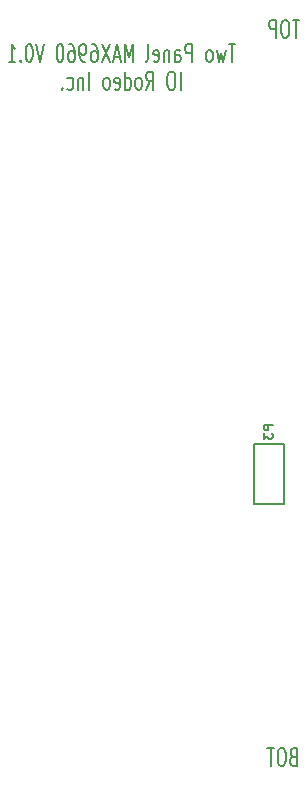
<source format=gbo>
G04 (created by PCBNEW-RS274X (2011-aug-04)-testing) date Wed 17 Apr 2013 04:09:18 PM PDT*
G01*
G70*
G90*
%MOIN*%
G04 Gerber Fmt 3.4, Leading zero omitted, Abs format*
%FSLAX34Y34*%
G04 APERTURE LIST*
%ADD10C,0.006000*%
%ADD11C,0.008000*%
G04 APERTURE END LIST*
G54D10*
G54D11*
X30281Y-20973D02*
X30052Y-20973D01*
X30167Y-21573D02*
X30167Y-20973D01*
X29957Y-21173D02*
X29881Y-21573D01*
X29804Y-21287D01*
X29728Y-21573D01*
X29652Y-21173D01*
X29443Y-21573D02*
X29481Y-21544D01*
X29500Y-21516D01*
X29519Y-21459D01*
X29519Y-21287D01*
X29500Y-21230D01*
X29481Y-21201D01*
X29443Y-21173D01*
X29385Y-21173D01*
X29347Y-21201D01*
X29328Y-21230D01*
X29309Y-21287D01*
X29309Y-21459D01*
X29328Y-21516D01*
X29347Y-21544D01*
X29385Y-21573D01*
X29443Y-21573D01*
X28833Y-21573D02*
X28833Y-20973D01*
X28680Y-20973D01*
X28642Y-21001D01*
X28623Y-21030D01*
X28604Y-21087D01*
X28604Y-21173D01*
X28623Y-21230D01*
X28642Y-21259D01*
X28680Y-21287D01*
X28833Y-21287D01*
X28261Y-21573D02*
X28261Y-21259D01*
X28280Y-21201D01*
X28318Y-21173D01*
X28395Y-21173D01*
X28433Y-21201D01*
X28261Y-21544D02*
X28299Y-21573D01*
X28395Y-21573D01*
X28433Y-21544D01*
X28452Y-21487D01*
X28452Y-21430D01*
X28433Y-21373D01*
X28395Y-21344D01*
X28299Y-21344D01*
X28261Y-21316D01*
X28071Y-21173D02*
X28071Y-21573D01*
X28071Y-21230D02*
X28052Y-21201D01*
X28014Y-21173D01*
X27956Y-21173D01*
X27918Y-21201D01*
X27899Y-21259D01*
X27899Y-21573D01*
X27556Y-21544D02*
X27594Y-21573D01*
X27671Y-21573D01*
X27709Y-21544D01*
X27728Y-21487D01*
X27728Y-21259D01*
X27709Y-21201D01*
X27671Y-21173D01*
X27594Y-21173D01*
X27556Y-21201D01*
X27537Y-21259D01*
X27537Y-21316D01*
X27728Y-21373D01*
X27309Y-21573D02*
X27347Y-21544D01*
X27366Y-21487D01*
X27366Y-20973D01*
X26851Y-21573D02*
X26851Y-20973D01*
X26717Y-21401D01*
X26584Y-20973D01*
X26584Y-21573D01*
X26413Y-21401D02*
X26222Y-21401D01*
X26451Y-21573D02*
X26318Y-20973D01*
X26184Y-21573D01*
X26089Y-20973D02*
X25822Y-21573D01*
X25822Y-20973D02*
X26089Y-21573D01*
X25498Y-20973D02*
X25575Y-20973D01*
X25613Y-21001D01*
X25632Y-21030D01*
X25670Y-21116D01*
X25689Y-21230D01*
X25689Y-21459D01*
X25670Y-21516D01*
X25651Y-21544D01*
X25613Y-21573D01*
X25536Y-21573D01*
X25498Y-21544D01*
X25479Y-21516D01*
X25460Y-21459D01*
X25460Y-21316D01*
X25479Y-21259D01*
X25498Y-21230D01*
X25536Y-21201D01*
X25613Y-21201D01*
X25651Y-21230D01*
X25670Y-21259D01*
X25689Y-21316D01*
X25270Y-21573D02*
X25194Y-21573D01*
X25155Y-21544D01*
X25136Y-21516D01*
X25098Y-21430D01*
X25079Y-21316D01*
X25079Y-21087D01*
X25098Y-21030D01*
X25117Y-21001D01*
X25155Y-20973D01*
X25232Y-20973D01*
X25270Y-21001D01*
X25289Y-21030D01*
X25308Y-21087D01*
X25308Y-21230D01*
X25289Y-21287D01*
X25270Y-21316D01*
X25232Y-21344D01*
X25155Y-21344D01*
X25117Y-21316D01*
X25098Y-21287D01*
X25079Y-21230D01*
X24736Y-20973D02*
X24813Y-20973D01*
X24851Y-21001D01*
X24870Y-21030D01*
X24908Y-21116D01*
X24927Y-21230D01*
X24927Y-21459D01*
X24908Y-21516D01*
X24889Y-21544D01*
X24851Y-21573D01*
X24774Y-21573D01*
X24736Y-21544D01*
X24717Y-21516D01*
X24698Y-21459D01*
X24698Y-21316D01*
X24717Y-21259D01*
X24736Y-21230D01*
X24774Y-21201D01*
X24851Y-21201D01*
X24889Y-21230D01*
X24908Y-21259D01*
X24927Y-21316D01*
X24451Y-20973D02*
X24412Y-20973D01*
X24374Y-21001D01*
X24355Y-21030D01*
X24336Y-21087D01*
X24317Y-21201D01*
X24317Y-21344D01*
X24336Y-21459D01*
X24355Y-21516D01*
X24374Y-21544D01*
X24412Y-21573D01*
X24451Y-21573D01*
X24489Y-21544D01*
X24508Y-21516D01*
X24527Y-21459D01*
X24546Y-21344D01*
X24546Y-21201D01*
X24527Y-21087D01*
X24508Y-21030D01*
X24489Y-21001D01*
X24451Y-20973D01*
X23898Y-20973D02*
X23765Y-21573D01*
X23631Y-20973D01*
X23422Y-20973D02*
X23383Y-20973D01*
X23345Y-21001D01*
X23326Y-21030D01*
X23307Y-21087D01*
X23288Y-21201D01*
X23288Y-21344D01*
X23307Y-21459D01*
X23326Y-21516D01*
X23345Y-21544D01*
X23383Y-21573D01*
X23422Y-21573D01*
X23460Y-21544D01*
X23479Y-21516D01*
X23498Y-21459D01*
X23517Y-21344D01*
X23517Y-21201D01*
X23498Y-21087D01*
X23479Y-21030D01*
X23460Y-21001D01*
X23422Y-20973D01*
X23117Y-21516D02*
X23098Y-21544D01*
X23117Y-21573D01*
X23136Y-21544D01*
X23117Y-21516D01*
X23117Y-21573D01*
X22717Y-21573D02*
X22946Y-21573D01*
X22832Y-21573D02*
X22832Y-20973D01*
X22870Y-21059D01*
X22908Y-21116D01*
X22946Y-21144D01*
X28451Y-22493D02*
X28451Y-21893D01*
X28185Y-21893D02*
X28108Y-21893D01*
X28070Y-21921D01*
X28032Y-21979D01*
X28013Y-22093D01*
X28013Y-22293D01*
X28032Y-22407D01*
X28070Y-22464D01*
X28108Y-22493D01*
X28185Y-22493D01*
X28223Y-22464D01*
X28261Y-22407D01*
X28280Y-22293D01*
X28280Y-22093D01*
X28261Y-21979D01*
X28223Y-21921D01*
X28185Y-21893D01*
X27308Y-22493D02*
X27442Y-22207D01*
X27537Y-22493D02*
X27537Y-21893D01*
X27384Y-21893D01*
X27346Y-21921D01*
X27327Y-21950D01*
X27308Y-22007D01*
X27308Y-22093D01*
X27327Y-22150D01*
X27346Y-22179D01*
X27384Y-22207D01*
X27537Y-22207D01*
X27080Y-22493D02*
X27118Y-22464D01*
X27137Y-22436D01*
X27156Y-22379D01*
X27156Y-22207D01*
X27137Y-22150D01*
X27118Y-22121D01*
X27080Y-22093D01*
X27022Y-22093D01*
X26984Y-22121D01*
X26965Y-22150D01*
X26946Y-22207D01*
X26946Y-22379D01*
X26965Y-22436D01*
X26984Y-22464D01*
X27022Y-22493D01*
X27080Y-22493D01*
X26603Y-22493D02*
X26603Y-21893D01*
X26603Y-22464D02*
X26641Y-22493D01*
X26718Y-22493D01*
X26756Y-22464D01*
X26775Y-22436D01*
X26794Y-22379D01*
X26794Y-22207D01*
X26775Y-22150D01*
X26756Y-22121D01*
X26718Y-22093D01*
X26641Y-22093D01*
X26603Y-22121D01*
X26260Y-22464D02*
X26298Y-22493D01*
X26375Y-22493D01*
X26413Y-22464D01*
X26432Y-22407D01*
X26432Y-22179D01*
X26413Y-22121D01*
X26375Y-22093D01*
X26298Y-22093D01*
X26260Y-22121D01*
X26241Y-22179D01*
X26241Y-22236D01*
X26432Y-22293D01*
X26013Y-22493D02*
X26051Y-22464D01*
X26070Y-22436D01*
X26089Y-22379D01*
X26089Y-22207D01*
X26070Y-22150D01*
X26051Y-22121D01*
X26013Y-22093D01*
X25955Y-22093D01*
X25917Y-22121D01*
X25898Y-22150D01*
X25879Y-22207D01*
X25879Y-22379D01*
X25898Y-22436D01*
X25917Y-22464D01*
X25955Y-22493D01*
X26013Y-22493D01*
X25403Y-22493D02*
X25403Y-21893D01*
X25213Y-22093D02*
X25213Y-22493D01*
X25213Y-22150D02*
X25194Y-22121D01*
X25156Y-22093D01*
X25098Y-22093D01*
X25060Y-22121D01*
X25041Y-22179D01*
X25041Y-22493D01*
X24679Y-22464D02*
X24717Y-22493D01*
X24794Y-22493D01*
X24832Y-22464D01*
X24851Y-22436D01*
X24870Y-22379D01*
X24870Y-22207D01*
X24851Y-22150D01*
X24832Y-22121D01*
X24794Y-22093D01*
X24717Y-22093D01*
X24679Y-22121D01*
X24508Y-22436D02*
X24489Y-22464D01*
X24508Y-22493D01*
X24527Y-22464D01*
X24508Y-22436D01*
X24508Y-22493D01*
X32203Y-44729D02*
X32146Y-44757D01*
X32127Y-44786D01*
X32108Y-44843D01*
X32108Y-44929D01*
X32127Y-44986D01*
X32146Y-45014D01*
X32184Y-45043D01*
X32337Y-45043D01*
X32337Y-44443D01*
X32203Y-44443D01*
X32165Y-44471D01*
X32146Y-44500D01*
X32127Y-44557D01*
X32127Y-44614D01*
X32146Y-44671D01*
X32165Y-44700D01*
X32203Y-44729D01*
X32337Y-44729D01*
X31861Y-44443D02*
X31784Y-44443D01*
X31746Y-44471D01*
X31708Y-44529D01*
X31689Y-44643D01*
X31689Y-44843D01*
X31708Y-44957D01*
X31746Y-45014D01*
X31784Y-45043D01*
X31861Y-45043D01*
X31899Y-45014D01*
X31937Y-44957D01*
X31956Y-44843D01*
X31956Y-44643D01*
X31937Y-44529D01*
X31899Y-44471D01*
X31861Y-44443D01*
X31575Y-44443D02*
X31346Y-44443D01*
X31461Y-45043D02*
X31461Y-44443D01*
X32414Y-20163D02*
X32185Y-20163D01*
X32300Y-20763D02*
X32300Y-20163D01*
X31976Y-20163D02*
X31899Y-20163D01*
X31861Y-20191D01*
X31823Y-20249D01*
X31804Y-20363D01*
X31804Y-20563D01*
X31823Y-20677D01*
X31861Y-20734D01*
X31899Y-20763D01*
X31976Y-20763D01*
X32014Y-20734D01*
X32052Y-20677D01*
X32071Y-20563D01*
X32071Y-20363D01*
X32052Y-20249D01*
X32014Y-20191D01*
X31976Y-20163D01*
X31633Y-20763D02*
X31633Y-20163D01*
X31480Y-20163D01*
X31442Y-20191D01*
X31423Y-20220D01*
X31404Y-20277D01*
X31404Y-20363D01*
X31423Y-20420D01*
X31442Y-20449D01*
X31480Y-20477D01*
X31633Y-20477D01*
G54D10*
X30900Y-36300D02*
X31900Y-36300D01*
X31900Y-36300D02*
X31900Y-34300D01*
X31900Y-34300D02*
X30900Y-34300D01*
X30900Y-34300D02*
X30900Y-36300D01*
X31521Y-33678D02*
X31221Y-33678D01*
X31221Y-33793D01*
X31236Y-33821D01*
X31250Y-33836D01*
X31279Y-33850D01*
X31321Y-33850D01*
X31350Y-33836D01*
X31364Y-33821D01*
X31379Y-33793D01*
X31379Y-33678D01*
X31221Y-33950D02*
X31221Y-34136D01*
X31336Y-34036D01*
X31336Y-34078D01*
X31350Y-34107D01*
X31364Y-34121D01*
X31393Y-34136D01*
X31464Y-34136D01*
X31493Y-34121D01*
X31507Y-34107D01*
X31521Y-34078D01*
X31521Y-33993D01*
X31507Y-33964D01*
X31493Y-33950D01*
M02*

</source>
